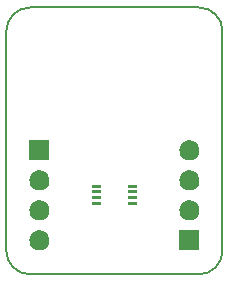
<source format=gbr>
G04 #@! TF.GenerationSoftware,KiCad,Pcbnew,5.0.1-33cea8e~68~ubuntu18.10.1*
G04 #@! TF.CreationDate,2018-12-01T22:17:56+02:00*
G04 #@! TF.ProjectId,BRK-VSSOP-8-2.4x2.1-P0.5,42524B2D5653534F502D382D322E3478,v1.0*
G04 #@! TF.SameCoordinates,Original*
G04 #@! TF.FileFunction,Soldermask,Top*
G04 #@! TF.FilePolarity,Negative*
%FSLAX46Y46*%
G04 Gerber Fmt 4.6, Leading zero omitted, Abs format (unit mm)*
G04 Created by KiCad (PCBNEW 5.0.1-33cea8e~68~ubuntu18.10.1) date la  1. joulukuuta 2018 22.17.56*
%MOMM*%
%LPD*%
G01*
G04 APERTURE LIST*
%ADD10C,0.150000*%
%ADD11C,0.100000*%
G04 APERTURE END LIST*
D10*
X52000000Y-70600000D02*
G75*
G02X50000000Y-68600000I0J2000000D01*
G01*
X68300000Y-68600000D02*
G75*
G02X66300000Y-70600000I-2000000J0D01*
G01*
X66300000Y-48000000D02*
G75*
G02X68300000Y-50000000I0J-2000000D01*
G01*
X50000000Y-50000000D02*
G75*
G02X52000000Y-48000000I2000000J0D01*
G01*
X66300000Y-70600000D02*
X52000000Y-70600000D01*
X68300000Y-50000000D02*
X68300000Y-68600000D01*
X52000000Y-48000000D02*
X66300000Y-48000000D01*
X50000000Y-68600000D02*
X50000000Y-50000000D01*
D11*
G36*
X52966627Y-66882299D02*
X53057088Y-66909740D01*
X53126855Y-66930903D01*
X53180712Y-66959691D01*
X53274517Y-67009830D01*
X53403948Y-67116052D01*
X53510170Y-67245483D01*
X53560309Y-67339288D01*
X53589097Y-67393145D01*
X53589097Y-67393146D01*
X53637701Y-67553373D01*
X53654113Y-67720000D01*
X53637701Y-67886627D01*
X53637700Y-67886629D01*
X53589097Y-68046855D01*
X53560309Y-68100712D01*
X53510170Y-68194517D01*
X53403948Y-68323948D01*
X53274517Y-68430170D01*
X53180712Y-68480309D01*
X53126855Y-68509097D01*
X53057088Y-68530260D01*
X52966627Y-68557701D01*
X52841757Y-68570000D01*
X52758243Y-68570000D01*
X52633373Y-68557701D01*
X52542912Y-68530260D01*
X52473145Y-68509097D01*
X52419288Y-68480309D01*
X52325483Y-68430170D01*
X52196052Y-68323948D01*
X52089830Y-68194517D01*
X52039691Y-68100712D01*
X52010903Y-68046855D01*
X51962300Y-67886629D01*
X51962299Y-67886627D01*
X51945887Y-67720000D01*
X51962299Y-67553373D01*
X52010903Y-67393146D01*
X52010903Y-67393145D01*
X52039691Y-67339288D01*
X52089830Y-67245483D01*
X52196052Y-67116052D01*
X52325483Y-67009830D01*
X52419288Y-66959691D01*
X52473145Y-66930903D01*
X52542912Y-66909740D01*
X52633373Y-66882299D01*
X52758243Y-66870000D01*
X52841757Y-66870000D01*
X52966627Y-66882299D01*
X52966627Y-66882299D01*
G37*
G36*
X66350000Y-68570000D02*
X64650000Y-68570000D01*
X64650000Y-66870000D01*
X66350000Y-66870000D01*
X66350000Y-68570000D01*
X66350000Y-68570000D01*
G37*
G36*
X52966627Y-64342299D02*
X53057088Y-64369740D01*
X53126855Y-64390903D01*
X53180712Y-64419691D01*
X53274517Y-64469830D01*
X53403948Y-64576052D01*
X53510170Y-64705483D01*
X53531292Y-64745000D01*
X53589097Y-64853145D01*
X53589097Y-64853146D01*
X53637701Y-65013373D01*
X53654113Y-65180000D01*
X53637701Y-65346627D01*
X53637700Y-65346629D01*
X53589097Y-65506855D01*
X53560309Y-65560712D01*
X53510170Y-65654517D01*
X53403948Y-65783948D01*
X53274517Y-65890170D01*
X53180712Y-65940309D01*
X53126855Y-65969097D01*
X53057088Y-65990260D01*
X52966627Y-66017701D01*
X52841757Y-66030000D01*
X52758243Y-66030000D01*
X52633373Y-66017701D01*
X52542912Y-65990260D01*
X52473145Y-65969097D01*
X52419288Y-65940309D01*
X52325483Y-65890170D01*
X52196052Y-65783948D01*
X52089830Y-65654517D01*
X52039691Y-65560712D01*
X52010903Y-65506855D01*
X51962300Y-65346629D01*
X51962299Y-65346627D01*
X51945887Y-65180000D01*
X51962299Y-65013373D01*
X52010903Y-64853146D01*
X52010903Y-64853145D01*
X52068708Y-64745000D01*
X52089830Y-64705483D01*
X52196052Y-64576052D01*
X52325483Y-64469830D01*
X52419288Y-64419691D01*
X52473145Y-64390903D01*
X52542912Y-64369740D01*
X52633373Y-64342299D01*
X52758243Y-64330000D01*
X52841757Y-64330000D01*
X52966627Y-64342299D01*
X52966627Y-64342299D01*
G37*
G36*
X65666627Y-64342299D02*
X65757088Y-64369740D01*
X65826855Y-64390903D01*
X65880712Y-64419691D01*
X65974517Y-64469830D01*
X66103948Y-64576052D01*
X66210170Y-64705483D01*
X66231292Y-64745000D01*
X66289097Y-64853145D01*
X66289097Y-64853146D01*
X66337701Y-65013373D01*
X66354113Y-65180000D01*
X66337701Y-65346627D01*
X66337700Y-65346629D01*
X66289097Y-65506855D01*
X66260309Y-65560712D01*
X66210170Y-65654517D01*
X66103948Y-65783948D01*
X65974517Y-65890170D01*
X65880712Y-65940309D01*
X65826855Y-65969097D01*
X65757088Y-65990260D01*
X65666627Y-66017701D01*
X65541757Y-66030000D01*
X65458243Y-66030000D01*
X65333373Y-66017701D01*
X65242912Y-65990260D01*
X65173145Y-65969097D01*
X65119288Y-65940309D01*
X65025483Y-65890170D01*
X64896052Y-65783948D01*
X64789830Y-65654517D01*
X64739691Y-65560712D01*
X64710903Y-65506855D01*
X64662300Y-65346629D01*
X64662299Y-65346627D01*
X64645887Y-65180000D01*
X64662299Y-65013373D01*
X64710903Y-64853146D01*
X64710903Y-64853145D01*
X64768708Y-64745000D01*
X64789830Y-64705483D01*
X64896052Y-64576052D01*
X65025483Y-64469830D01*
X65119288Y-64419691D01*
X65173145Y-64390903D01*
X65242912Y-64369740D01*
X65333373Y-64342299D01*
X65458243Y-64330000D01*
X65541757Y-64330000D01*
X65666627Y-64342299D01*
X65666627Y-64342299D01*
G37*
G36*
X57975000Y-64745000D02*
X57225000Y-64745000D01*
X57225000Y-64495000D01*
X57975000Y-64495000D01*
X57975000Y-64745000D01*
X57975000Y-64745000D01*
G37*
G36*
X61075000Y-64745000D02*
X60325000Y-64745000D01*
X60325000Y-64495000D01*
X61075000Y-64495000D01*
X61075000Y-64745000D01*
X61075000Y-64745000D01*
G37*
G36*
X61075000Y-64245000D02*
X60325000Y-64245000D01*
X60325000Y-63995000D01*
X61075000Y-63995000D01*
X61075000Y-64245000D01*
X61075000Y-64245000D01*
G37*
G36*
X57975000Y-64245000D02*
X57225000Y-64245000D01*
X57225000Y-63995000D01*
X57975000Y-63995000D01*
X57975000Y-64245000D01*
X57975000Y-64245000D01*
G37*
G36*
X61075000Y-63745000D02*
X60325000Y-63745000D01*
X60325000Y-63495000D01*
X61075000Y-63495000D01*
X61075000Y-63745000D01*
X61075000Y-63745000D01*
G37*
G36*
X57975000Y-63745000D02*
X57225000Y-63745000D01*
X57225000Y-63495000D01*
X57975000Y-63495000D01*
X57975000Y-63745000D01*
X57975000Y-63745000D01*
G37*
G36*
X52966627Y-61802299D02*
X53057088Y-61829740D01*
X53126855Y-61850903D01*
X53180712Y-61879691D01*
X53274517Y-61929830D01*
X53403948Y-62036052D01*
X53510170Y-62165483D01*
X53560309Y-62259288D01*
X53589097Y-62313145D01*
X53589097Y-62313146D01*
X53637701Y-62473373D01*
X53654113Y-62640000D01*
X53637701Y-62806627D01*
X53637700Y-62806629D01*
X53589097Y-62966855D01*
X53574053Y-62995000D01*
X53510170Y-63114517D01*
X53403948Y-63243948D01*
X53274517Y-63350170D01*
X53180712Y-63400309D01*
X53126855Y-63429097D01*
X53057088Y-63450260D01*
X52966627Y-63477701D01*
X52841757Y-63490000D01*
X52758243Y-63490000D01*
X52633373Y-63477701D01*
X52542912Y-63450260D01*
X52473145Y-63429097D01*
X52419288Y-63400309D01*
X52325483Y-63350170D01*
X52196052Y-63243948D01*
X52089830Y-63114517D01*
X52025947Y-62995000D01*
X52010903Y-62966855D01*
X51962300Y-62806629D01*
X51962299Y-62806627D01*
X51945887Y-62640000D01*
X51962299Y-62473373D01*
X52010903Y-62313146D01*
X52010903Y-62313145D01*
X52039691Y-62259288D01*
X52089830Y-62165483D01*
X52196052Y-62036052D01*
X52325483Y-61929830D01*
X52419288Y-61879691D01*
X52473145Y-61850903D01*
X52542912Y-61829740D01*
X52633373Y-61802299D01*
X52758243Y-61790000D01*
X52841757Y-61790000D01*
X52966627Y-61802299D01*
X52966627Y-61802299D01*
G37*
G36*
X65666627Y-61802299D02*
X65757088Y-61829740D01*
X65826855Y-61850903D01*
X65880712Y-61879691D01*
X65974517Y-61929830D01*
X66103948Y-62036052D01*
X66210170Y-62165483D01*
X66260309Y-62259288D01*
X66289097Y-62313145D01*
X66289097Y-62313146D01*
X66337701Y-62473373D01*
X66354113Y-62640000D01*
X66337701Y-62806627D01*
X66337700Y-62806629D01*
X66289097Y-62966855D01*
X66274053Y-62995000D01*
X66210170Y-63114517D01*
X66103948Y-63243948D01*
X65974517Y-63350170D01*
X65880712Y-63400309D01*
X65826855Y-63429097D01*
X65757088Y-63450260D01*
X65666627Y-63477701D01*
X65541757Y-63490000D01*
X65458243Y-63490000D01*
X65333373Y-63477701D01*
X65242912Y-63450260D01*
X65173145Y-63429097D01*
X65119288Y-63400309D01*
X65025483Y-63350170D01*
X64896052Y-63243948D01*
X64789830Y-63114517D01*
X64725947Y-62995000D01*
X64710903Y-62966855D01*
X64662300Y-62806629D01*
X64662299Y-62806627D01*
X64645887Y-62640000D01*
X64662299Y-62473373D01*
X64710903Y-62313146D01*
X64710903Y-62313145D01*
X64739691Y-62259288D01*
X64789830Y-62165483D01*
X64896052Y-62036052D01*
X65025483Y-61929830D01*
X65119288Y-61879691D01*
X65173145Y-61850903D01*
X65242912Y-61829740D01*
X65333373Y-61802299D01*
X65458243Y-61790000D01*
X65541757Y-61790000D01*
X65666627Y-61802299D01*
X65666627Y-61802299D01*
G37*
G36*
X61075000Y-63245000D02*
X60325000Y-63245000D01*
X60325000Y-62995000D01*
X61075000Y-62995000D01*
X61075000Y-63245000D01*
X61075000Y-63245000D01*
G37*
G36*
X57975000Y-63245000D02*
X57225000Y-63245000D01*
X57225000Y-62995000D01*
X57975000Y-62995000D01*
X57975000Y-63245000D01*
X57975000Y-63245000D01*
G37*
G36*
X53650000Y-60950000D02*
X51950000Y-60950000D01*
X51950000Y-59250000D01*
X53650000Y-59250000D01*
X53650000Y-60950000D01*
X53650000Y-60950000D01*
G37*
G36*
X65666627Y-59262299D02*
X65757088Y-59289740D01*
X65826855Y-59310903D01*
X65880712Y-59339691D01*
X65974517Y-59389830D01*
X66103948Y-59496052D01*
X66210170Y-59625483D01*
X66260309Y-59719288D01*
X66289097Y-59773145D01*
X66289097Y-59773146D01*
X66337701Y-59933373D01*
X66354113Y-60100000D01*
X66337701Y-60266627D01*
X66337700Y-60266629D01*
X66289097Y-60426855D01*
X66260309Y-60480712D01*
X66210170Y-60574517D01*
X66103948Y-60703948D01*
X65974517Y-60810170D01*
X65880712Y-60860309D01*
X65826855Y-60889097D01*
X65757088Y-60910260D01*
X65666627Y-60937701D01*
X65541757Y-60950000D01*
X65458243Y-60950000D01*
X65333373Y-60937701D01*
X65242912Y-60910260D01*
X65173145Y-60889097D01*
X65119288Y-60860309D01*
X65025483Y-60810170D01*
X64896052Y-60703948D01*
X64789830Y-60574517D01*
X64739691Y-60480712D01*
X64710903Y-60426855D01*
X64662300Y-60266629D01*
X64662299Y-60266627D01*
X64645887Y-60100000D01*
X64662299Y-59933373D01*
X64710903Y-59773146D01*
X64710903Y-59773145D01*
X64739691Y-59719288D01*
X64789830Y-59625483D01*
X64896052Y-59496052D01*
X65025483Y-59389830D01*
X65119288Y-59339691D01*
X65173145Y-59310903D01*
X65242912Y-59289740D01*
X65333373Y-59262299D01*
X65458243Y-59250000D01*
X65541757Y-59250000D01*
X65666627Y-59262299D01*
X65666627Y-59262299D01*
G37*
M02*

</source>
